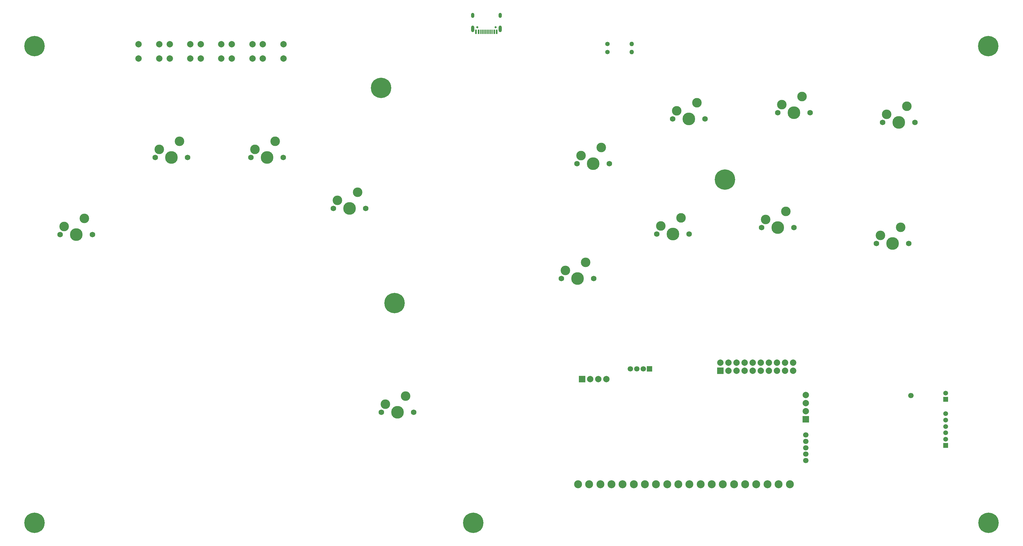
<source format=gts>
G04 #@! TF.GenerationSoftware,KiCad,Pcbnew,7.0.5*
G04 #@! TF.CreationDate,2023-09-04T11:51:10-04:00*
G04 #@! TF.ProjectId,Hitbox Full Pcb,48697462-6f78-4204-9675-6c6c20506362,rev?*
G04 #@! TF.SameCoordinates,Original*
G04 #@! TF.FileFunction,Soldermask,Top*
G04 #@! TF.FilePolarity,Negative*
%FSLAX46Y46*%
G04 Gerber Fmt 4.6, Leading zero omitted, Abs format (unit mm)*
G04 Created by KiCad (PCBNEW 7.0.5) date 2023-09-04 11:51:10*
%MOMM*%
%LPD*%
G01*
G04 APERTURE LIST*
%ADD10C,1.750000*%
%ADD11C,3.000000*%
%ADD12C,3.987800*%
%ADD13C,6.400000*%
%ADD14C,1.400000*%
%ADD15O,1.400000X1.400000*%
%ADD16C,2.000000*%
%ADD17C,0.650000*%
%ADD18O,1.000000X2.100000*%
%ADD19O,1.000000X1.600000*%
%ADD20R,0.600000X1.450000*%
%ADD21R,0.300000X1.450000*%
%ADD22C,1.700022*%
%ADD23C,1.499997*%
%ADD24R,1.499997X1.499997*%
%ADD25R,2.000000X2.000000*%
%ADD26C,1.700000*%
%ADD27R,1.700000X1.700000*%
%ADD28C,2.500000*%
G04 APERTURE END LIST*
D10*
X395710000Y-77560000D03*
D11*
X396980000Y-75020000D03*
D12*
X400790000Y-77560000D03*
D11*
X403330000Y-72480000D03*
D10*
X405870000Y-77560000D03*
D13*
X544640000Y-84510000D03*
X440830000Y-123280000D03*
D10*
X561220000Y-63520000D03*
D11*
X562490000Y-60980000D03*
D12*
X566300000Y-63520000D03*
D11*
X568840000Y-58440000D03*
D10*
X571380000Y-63520000D03*
X498210000Y-79520000D03*
D11*
X499480000Y-76980000D03*
D12*
X503290000Y-79520000D03*
D11*
X505830000Y-74440000D03*
D10*
X508370000Y-79520000D03*
D13*
X627410000Y-42550000D03*
D14*
X507740000Y-44420000D03*
D15*
X515360000Y-44420000D03*
D16*
X389700000Y-41970000D03*
X396200000Y-41970000D03*
X389700000Y-46470000D03*
X396200000Y-46470000D03*
D14*
X507740000Y-41920000D03*
D15*
X515360000Y-41920000D03*
D10*
X493240000Y-115540000D03*
D11*
X494510000Y-113000000D03*
D12*
X498320000Y-115540000D03*
D11*
X500860000Y-110460000D03*
D10*
X503400000Y-115540000D03*
D17*
X472600000Y-36620000D03*
X466820000Y-36620000D03*
D18*
X474030000Y-37150000D03*
D19*
X474030000Y-32970000D03*
D18*
X465390000Y-37150000D03*
D19*
X465390000Y-32970000D03*
D20*
X472960000Y-38065000D03*
X472160000Y-38065000D03*
D21*
X470960000Y-38065000D03*
X469960000Y-38065000D03*
X469460000Y-38065000D03*
X468460000Y-38065000D03*
D20*
X467260000Y-38065000D03*
X466460000Y-38065000D03*
X466460000Y-38065000D03*
X467260000Y-38065000D03*
D21*
X467960000Y-38065000D03*
X468960000Y-38065000D03*
X470460000Y-38065000D03*
X471460000Y-38065000D03*
D20*
X472160000Y-38065000D03*
X472960000Y-38065000D03*
D22*
X603061878Y-152309894D03*
D23*
X614004198Y-151509032D03*
D24*
X614004198Y-153509028D03*
D23*
X614004198Y-158009654D03*
X614004198Y-160009650D03*
X614004198Y-162009646D03*
X614004198Y-164009642D03*
X614004198Y-166009638D03*
D24*
X614004198Y-168009634D03*
D10*
X528230000Y-65480000D03*
D11*
X529500000Y-62940000D03*
D12*
X533310000Y-65480000D03*
D11*
X535850000Y-60400000D03*
D10*
X538390000Y-65480000D03*
D13*
X327760000Y-42540000D03*
D16*
X566077049Y-144497505D03*
X566077049Y-141957505D03*
X563547049Y-144497505D03*
X563547049Y-141957505D03*
X561007049Y-144507505D03*
X561007049Y-141957505D03*
X558467049Y-144494185D03*
X558467049Y-141957505D03*
X555927049Y-144497505D03*
X555927049Y-141957505D03*
X553387049Y-144497505D03*
X553387049Y-141957505D03*
X550847049Y-144497505D03*
X550847049Y-141957505D03*
X548307049Y-144497505D03*
X548307049Y-141957505D03*
X545767049Y-144497505D03*
X545767049Y-141957505D03*
D25*
X543227049Y-144497505D03*
D16*
X543227049Y-141957505D03*
X570067049Y-152097505D03*
X570067049Y-154637505D03*
X570067049Y-157177505D03*
D25*
X570067049Y-159717505D03*
D26*
X570067049Y-164693505D03*
X570067049Y-166721505D03*
X570067049Y-168721505D03*
X570067049Y-170721505D03*
X570067049Y-172721505D03*
D27*
X520973049Y-143901505D03*
D26*
X518973049Y-143901505D03*
X516973049Y-143901505D03*
X514973049Y-143901505D03*
D16*
X507436049Y-147105505D03*
X504896049Y-147105505D03*
X502356049Y-147105505D03*
D25*
X499816049Y-147105505D03*
D28*
X565083049Y-180162505D03*
X561493049Y-180162505D03*
X557993049Y-180162505D03*
X554493049Y-180162505D03*
X550993049Y-180162505D03*
X547493049Y-180162505D03*
X543993049Y-180162505D03*
X540493049Y-180162505D03*
X536993049Y-180162505D03*
X533493049Y-180162505D03*
X529993049Y-180162505D03*
X526493049Y-180162505D03*
X522993049Y-180162505D03*
X519493049Y-180162505D03*
X515993049Y-180162505D03*
X512493049Y-180162505D03*
X508993049Y-180162505D03*
X505493049Y-180162505D03*
X501993049Y-180162505D03*
X498493049Y-180162505D03*
D16*
X379950000Y-41970000D03*
X386450000Y-41970000D03*
X379950000Y-46470000D03*
X386450000Y-46470000D03*
D10*
X592240000Y-104530000D03*
D11*
X593510000Y-101990000D03*
D12*
X597320000Y-104530000D03*
D11*
X599860000Y-99450000D03*
D10*
X602400000Y-104530000D03*
D16*
X399450000Y-41970000D03*
X405950000Y-41970000D03*
X399450000Y-46470000D03*
X405950000Y-46470000D03*
D13*
X627440000Y-192270000D03*
D10*
X421660000Y-93530000D03*
D11*
X422930000Y-90990000D03*
D12*
X426740000Y-93530000D03*
D11*
X429280000Y-88450000D03*
D10*
X431820000Y-93530000D03*
D16*
X370200000Y-41970000D03*
X376700000Y-41970000D03*
X370200000Y-46470000D03*
X376700000Y-46470000D03*
X360450000Y-41970000D03*
X366950000Y-41970000D03*
X360450000Y-46470000D03*
X366950000Y-46470000D03*
D13*
X436620000Y-55740000D03*
D10*
X594190000Y-66510000D03*
D11*
X595460000Y-63970000D03*
D12*
X599270000Y-66510000D03*
D11*
X601810000Y-61430000D03*
D10*
X604350000Y-66510000D03*
X523210000Y-101570000D03*
D11*
X524480000Y-99030000D03*
D12*
X528290000Y-101570000D03*
D11*
X530830000Y-96490000D03*
D10*
X533370000Y-101570000D03*
X436740000Y-157540000D03*
D11*
X438010000Y-155000000D03*
D12*
X441820000Y-157540000D03*
D11*
X444360000Y-152460000D03*
D10*
X446900000Y-157540000D03*
X365690000Y-77520000D03*
D11*
X366960000Y-74980000D03*
D12*
X370770000Y-77520000D03*
D11*
X373310000Y-72440000D03*
D10*
X375850000Y-77520000D03*
D13*
X327750000Y-192240000D03*
X465570000Y-192260000D03*
D10*
X556200000Y-99520000D03*
D11*
X557470000Y-96980000D03*
D12*
X561280000Y-99520000D03*
D11*
X563820000Y-94440000D03*
D10*
X566360000Y-99520000D03*
X335760000Y-101740000D03*
D11*
X337030000Y-99200000D03*
D12*
X340840000Y-101740000D03*
D11*
X343380000Y-96660000D03*
D10*
X345920000Y-101740000D03*
M02*

</source>
